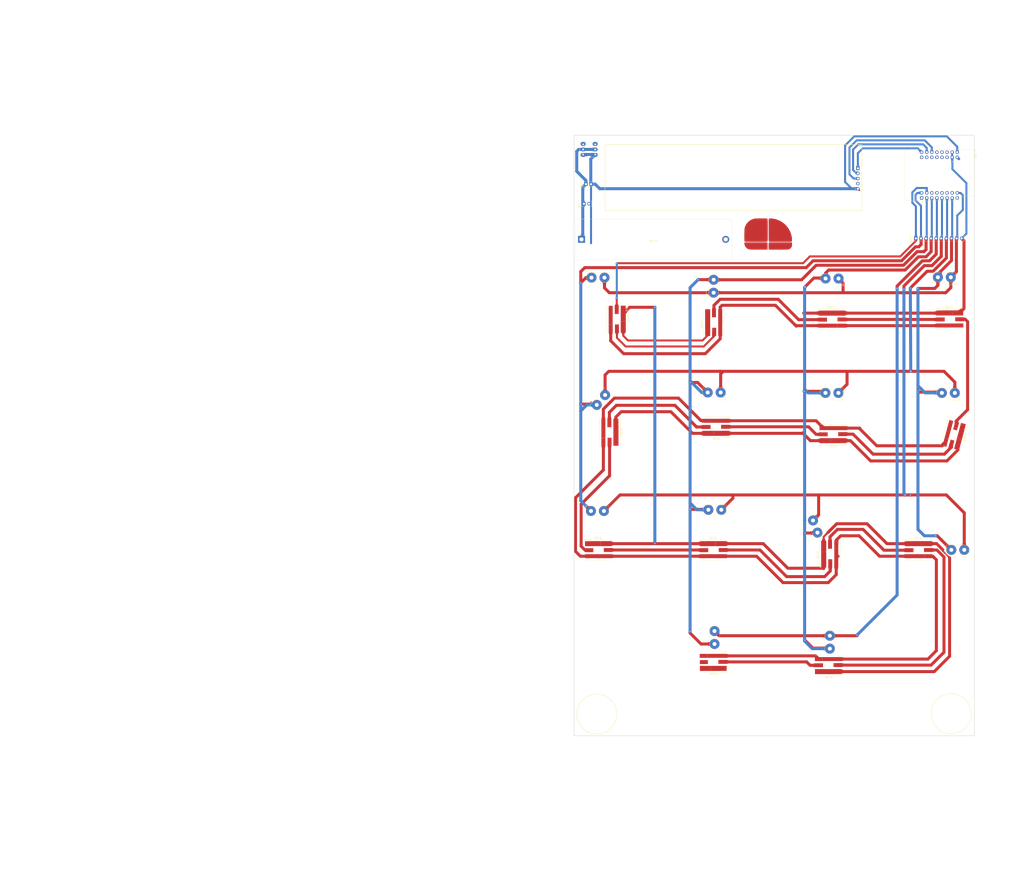
<source format=kicad_pcb>
(kicad_pcb (version 20221018) (generator pcbnew)
  (layers (0 "F.Cu" signal) (31 "B.Cu" signal) (34 "B.Paste" user) (35 "F.Paste" user) (36 "B.SilkS" user "B.Silkscreen") (37 "F.SilkS" user "F.Silkscreen") (38 "B.Mask" user) (39 "F.Mask" user) (44 "Edge.Cuts" user))
  (net 0 "")
  (net 1 "BEBAS")
  (net 2 "G")
  (net 3 "data")
  (net 4 "VCC")
  (footprint "Diode_SMD:ws2812Strip" (layer "F.Cu") (at 140.5509 156.4614 180)
    (fp_text reference "REFe")
    (fp_text value "ws2812Strip" hide)
  )
  (footprint "Diode_SMD:ws2812Strip" (layer "F.Cu") (at 31.423675 86.57615 -90)
    (fp_text reference "REF**")
    (fp_text value "ws2812Strip" hide)
  )
  (footprint "Connector:TOYACON" (layer "F.Cu") (at 21.946004 191.810539 180)
    (fp_text reference "")
    (fp_text value "TOYACON")
  )
  (footprint "Connector_PinHeader_2.54mm:PinHeader_1x02_P2.54mm_Vertical" (layer "F.Cu") (at 9.398571 35.683671 90)
    (fp_text reference "REF**")
    (fp_text value "PinHeader_1x02_P2.54mm_Vertical")
  )
  (footprint "Diode_SMD:ws2812Strip" (layer "F.Cu") (at 169.791625 203.14615)
    (fp_text reference "REFe")
    (fp_text value "ws2812Strip" hide)
  )
  (footprint "Connector:TOYACON" (layer "F.Cu") (at 197.20755 132.80755 180)
    (fp_text reference "REF**")
    (fp_text value "TOYACON")
  )
  (footprint "Connector:TOYACON" (layer "F.Cu") (at 139.12035 75.63295 180)
    (fp_text reference "REF**")
    (fp_text value "TOYACON")
  )
  (footprint "Diode_SMD:ws2812Strip" (layer "F.Cu") (at 185.3768 87.8553)
    (fp_text reference "REF**")
    (fp_text value "ws2812Strip" hide)
  )
  (footprint "Connector:TOYACON" (layer "F.Cu") (at 12.16449 136.518611 50)
    (fp_text reference "")
    (fp_text value "TOYACON")
  )
  (footprint "Connector:TOYACON" (layer "F.Cu") (at 195.20755 75.00755 180)
    (fp_text reference "REF**")
    (fp_text value "TOYACON")
  )
  (footprint "Connector:TOYACON" (layer "F.Cu") (at 10.60755 70.00755)
    (fp_text reference "REF**")
    (fp_text value "TOYACON")
  )
  (footprint "Connector:TOYACON" (layer "F.Cu") (at 80.58755 191.19835 180)
    (fp_text reference "")
    (fp_text value "TOYACON")
  )
  (footprint "Connector_PinHeader_2.54mm:PinHeader_1x10_P2.54mm_Vertical" (layer "F.Cu") (at 175.14755 53.00755 90)
    (fp_text reference "REF**")
    (fp_text value "PinHeader_1x10_P2.54mm_Vertical")
  )
  (footprint "Connector:TOYACON" (layer "F.Cu") (at 80.24995 132.59835 180)
    (fp_text reference "REF**")
    (fp_text value "TOYACON")
  )
  (footprint "Diode_SMD:ws2812Strip" (layer "F.Cu") (at 82.08675 152.79515 180)
    (fp_text reference "REFe")
    (fp_text value "ws2812Strip" hide)
  )
  (footprint "Diode_SMD:ws2812Strip" (layer "F.Cu") (at 9.886025 203.14615)
    (fp_text reference "REFe")
    (fp_text value "ws2812Strip" hide)
  )
  (footprint "Connector:TOYACON" (layer "F.Cu") (at 201.92035 211.23295 180)
    (fp_text reference "")
    (fp_text value "TOYACON")
  )
  (footprint "LOGO" (layer "F.Cu") (at 101.40755 50.80755)
    (fp_text reference "G***" hide)
    (fp_text value "LOGO" hide)
  )
  (footprint "Connector:TOYACON" (layer "F.Cu") (at 124.455406 203.318063 110)
    (fp_text reference "")
    (fp_text value "TOYACON")
  )
  (footprint "Diode_SMD:ws2812Strip" (layer "F.Cu") (at 67.286025 203.14615)
    (fp_text reference "REFe")
    (fp_text value "ws2812Strip" hide)
  )
  (footprint "Connector:TOYACON" (layer "F.Cu") (at 139.04995 132.80755 180)
    (fp_text reference "REF**")
    (fp_text value "TOYACON")
  )
  (footprint "Battery:BatteryHolder_MPD_BH-18650-PC2" (layer "F.Cu") (at 8.198571 53.483671)
    (fp_text reference "REF**")
    (fp_text value "BatteryHolder_MPD_BH-18650-PC2")
  )
  (footprint "Connector_PinHeader_2.54mm:PinHeader_1x02_P2.54mm_Vertical" (layer "F.Cu") (at 10.398571 25.883671 90)
    (fp_text reference "REF**")
    (fp_text value "PinHeader_1x02_P2.54mm_Vertical")
  )
  (footprint "Diode_SMD:ws2812Strip" (layer "F.Cu") (at 68.791425 101.83895 90)
    (fp_text reference "REF**")
    (fp_text value "ws2812Strip" hide)
  )
  (footprint "Button_Switch_THT:SW-7x7mm-lock" (layer "F.Cu") (at 11.998571 8.543671 -90)
    (fp_text reference "REF**" hide)
    (fp_text value "SW-7x7mm-lock")
  )
  (footprint "Connector:TOYACON" (layer "F.Cu") (at 134.79835 248.96515 -90)
    (fp_text reference "")
    (fp_text value "TOYACON")
  )
  (footprint "Diode_SMD:ws2812Strip" (layer "F.Cu") (at 201.277775 146.110191 -105)
    (fp_text reference "REF**")
    (fp_text value "ws2812Strip" hide)
  )
  (footprint "Diode_SMD:ws2812Strip" (layer "F.Cu") (at 126.591625 87.94615)
    (fp_text reference "REF**")
    (fp_text value "ws2812Strip" hide)
  )
  (footprint "LOGO" (layer "F.Cu") (at 101.40755 50.80755)
    (fp_text reference "G***" hide)
    (fp_text value "LOGO" hide)
  )
  (footprint "Diode_SMD:ws2812Strip" (layer "F.Cu") (at 126.74615 217.529075 90)
    (fp_text reference "REFe")
    (fp_text value "ws2812Strip" hide)
  )
  (footprint "Connector:TOYACON" (layer "F.Cu") (at 77.19835 246.62755 -90)
    (fp_text reference "")
    (fp_text value "TOYACON")
  )
  (footprint "Diode_SMD:ws2812Strip" (layer "F.Cu") (at 138.223475 271.86895 180)
    (fp_text reference "REFe")
    (fp_text value "ws2812Strip" hide)
  )
  (footprint "Connector:TOYACON" (layer "F.Cu") (at 71.58215 82.72035 90)
    (fp_text reference "REF**")
    (fp_text value "TOYACON")
  )
  (footprint "custom:WEMOS_S2_mini" (layer "F.Cu") (at 178.053571 32.796171 90)
    (fp_text reference "REF**")
    (fp_text value "WEMOS_S2_mini")
  )
  (footprint "Diode_SMD:ws2812Strip" (layer "F.Cu") (at 80.729075 270.26895 180)
    (fp_text reference "REFe")
    (fp_text value "ws2812Strip" hide)
  )
  (footprint "Diode_SMD:ws2812Strip" (layer "F.Cu") (at 27.7598 143.1768 -90)
    (fp_text reference "REFe")
    (fp_text value "ws2812Strip" hide)
  )
  (footprint "Connector_PinHeader_2.54mm:PinHeader_1x05_P2.54mm_Vertical" (layer "F.Cu") (at 146.198571 18.008671)
    (fp_text reference "REF**" hide)
    (fp_text value "PinHeader_1x05_P2.54mm_Vertical")
  )
  (gr_rect (start 19.948571 6.148671) (end 148.218571 39.168671) (stroke (width 0.2)) (fill none) (layer "F.SilkS"))
  (gr_circle (center 15.798571 290.683671) (end 25.798571 290.683671) (stroke (width 0.2)) (fill none) (layer "F.SilkS"))
  (gr_circle (center 192.798571 290.483671) (end 202.798571 290.483671) (stroke (width 0.2)) (fill none) (layer "F.SilkS"))
  (gr_rect (start 4.439771 1.468871) (end 204.388571 301.493671) (stroke (width 0.2)) (fill none) (layer "Edge.Cuts"))
  (segment (start 118.40755 150.40755) (end 78.09895 150.40755) (width 1.5) (layer "F.Cu") (net 1))
  (segment (start 19.961501 121.253599) (end 19.961501 131.257065) (width 1.5) (layer "F.Cu") (net 1))
  (segment (start 77.66995 130.00755) (end 77.66995 120.74515) (width 1.5) (layer "F.Cu") (net 1))
  (segment (start 176.60755 57.20755) (end 177.80755 56.00755) (width 1.5) (layer "F.Cu") (net 1))
  (segment (start 74.17295 80.14035) (end 138.80755 80.14035) (width 1.5) (layer "F.Cu") (net 1))
  (segment (start 182.00755 64.20755) (end 185.32755 60.88755) (width 1.5) (layer "F.Cu") (net 1))
  (segment (start 68.60755 104.00755) (end 71.13375 101.48135) (width 1) (layer "F.Cu") (net 1))
  (segment (start 185.32755 60.88755) (end 185.32755 52.80755) (width 1.5) (layer "F.Cu") (net 1))
  (segment (start 131.60755 68.80755) (end 169.80755 68.80755) (width 1.5) (layer "F.Cu") (net 1))
  (segment (start 183.80755 69.40755) (end 190.40755 62.80755) (width 1.5) (layer "F.Cu") (net 1))
  (segment (start 190.40755 181.20755) (end 172.40755 181.20755) (width 1.5) (layer "F.Cu") (net 1))
  (segment (start 9.80755 67.60755) (end 120.40755 67.60755) (width 1.5) (layer "F.Cu") (net 1))
  (segment (start 10.449482 186.765618) (end 12.903604 189.219739) (width 1.5) (layer "F.Cu") (net 1))
  (segment (start 184.33375 269.48135) (end 134.235675 269.48135) (width 1.5) (layer "F.Cu") (net 1))
  (segment (start 119.80755 253.80755) (end 123.724482 257.724482) (width 1.5) (layer "F.Cu") (net 1))
  (segment (start 190.40755 62.80755) (end 190.40755 52.80755) (width 1.5) (layer "F.Cu") (net 1))
  (segment (start 175.80755 59.60755) (end 179.20755 59.60755) (width 1.5) (layer "F.Cu") (net 1))
  (segment (start 62.40755 250.20755) (end 62.40755 249.40755) (width 1.5) (layer "F.Cu") (net 1))
  (segment (start 132.20755 251.54515) (end 145.66995 251.54515) (width 1.5) (layer "F.Cu") (net 1))
  (segment (start 196.9722 90.2429) (end 196.056 90.2429) (width 1.5) (layer "F.Cu") (net 1))
  (segment (start 136.46995 130.21675) (end 140.80755 125.87915) (width 1.5) (layer "F.Cu") (net 1))
  (segment (start 168.00755 64.20755) (end 175.00755 57.20755) (width 1.5) (layer "F.Cu") (net 1))
  (segment (start 188.60755 208.60755) (end 188.60755 209.203386) (width 0.8) (layer "F.Cu") (net 1))
  (segment (start 180.20755 62.20755) (end 182.80755 59.60755) (width 1.5) (layer "F.Cu") (net 1))
  (segment (start 120.40755 67.60755) (end 123.80755 64.20755) (width 1.5) (layer "F.Cu") (net 1))
  (segment (start 119.80755 200.20755) (end 125.80755 200.20755) (width 1.5) (layer "F.Cu") (net 1))
  (segment (start 44.93375 205.53375) (end 71.273825 205.53375) (width 1.5) (layer "F.Cu") (net 1))
  (segment (start 169.80755 181.20755) (end 126.60755 181.20755) (width 1.5) (layer "F.Cu") (net 1))
  (segment (start 28.00755 139.60755) (end 25.3722 142.2429) (width 1.5) (layer "F.Cu") (net 1))
  (segment (start 131.20755 200.00755) (end 129.13375 202.08135) (width 1) (layer "F.Cu") (net 1))
  (segment (start 83.80755 182.80755) (end 83.80755 181.20755) (width 1.5) (layer "F.Cu") (net 1))
  (segment (start 188.60755 208.60755) (end 185.53375 205.53375) (width 1.5) (layer "F.Cu") (net 1))
  (segment (start 152.60755 164.20755) (end 190.659114 164.20755) (width 1.5) (layer "F.Cu") (net 1))
  (segment (start 129.13375 202.08135) (end 129.13375 203.60755) (width 1) (layer "F.Cu") (net 1))
  (segment (start 180.80755 69.40755) (end 183.80755 69.40755) (width 1.5) (layer "F.Cu") (net 1))
  (segment (start 7.80755 75.20755) (end 7.80755 69.60755) (width 1.5) (layer "F.Cu") (net 1))
  (segment (start 125.40755 66.40755) (end 169.00755 66.40755) (width 1.5) (layer "F.Cu") (net 1))
  (segment (start 165.80755 78.00755) (end 165.80755 76.80755) (width 1.5) (layer "F.Cu") (net 1))
  (segment (start 44.68135 205.53375) (end 44.80755 205.40755) (width 1.5) (layer "F.Cu") (net 1))
  (segment (start 172.40755 77.80755) (end 180.80755 69.40755) (width 1.5) (layer "F.Cu") (net 1))
  (segment (start 32.192475 87.40755) (end 44.80755 87.40755) (width 1.5) (layer "F.Cu") (net 1))
  (segment (start 123.80755 64.20755) (end 168.00755 64.20755) (width 1.5) (layer "F.Cu") (net 1))
  (segment (start 190.07475 80.14035) (end 192.62755 77.58755) (width 1.5) (layer "F.Cu") (net 1))
  (segment (start 183.20755 66.60755) (end 187.86755 61.94755) (width 1.5) (layer "F.Cu") (net 1))
  (segment (start 119.40755 129.40755) (end 129.19835 129.40755) (width 1.5) (layer "F.Cu") (net 1))
  (segment (start 169.20755 76.80755) (end 179.40755 66.60755) (width 1.5) (layer "F.Cu") (net 1))
  (segment (start 126.60755 181.20755) (end 83.80755 181.20755) (width 1.5) (layer "F.Cu") (net 1))
  (segment (start 67.86995 255.66995) (end 62.40755 250.20755) (width 1.5) (layer "F.Cu") (net 1))
  (segment (start 194.62755 130.21675) (end 194.62755 124.82755) (width 1.5) (layer "F.Cu") (net 1))
  (segment (start 124.20755 72.80755) (end 129.84335 72.80755) (width 1.5) (layer "F.Cu") (net 1))
  (segment (start 20.565225 205.53375) (end 44.68135 205.53375) (width 1.5) (layer "F.Cu") (net 1))
  (segment (start 192.00755 212.603386) (end 192.00755 261.80755) (width 1.5) (layer "F.Cu") (net 1))
  (segment (start 177.80755 56.00755) (end 177.80755 52.88755) (width 1.5) (layer "F.Cu") (net 1))
  (segment (start 76.94515 251.54515) (end 74.60755 249.20755) (width 1.5) (layer "F.Cu") (net 1))
  (segment (start 178.40755 64.20755) (end 182.00755 64.20755) (width 1.5) (layer "F.Cu") (net 1))
  (segment (start 195.40755 69.63675) (end 192.62755 72.41675) (width 1.5) (layer "F.Cu") (net 1))
  (segment (start 29.036075 90.56395) (end 32.192475 87.40755) (width 1.5) (layer "F.Cu") (net 1))
  (segment (start 199.34035 190.14035) (end 190.40755 181.20755) (width 1.5) (layer "F.Cu") (net 1))
  (segment (start 62.60755 125.00755) (end 66.20755 125.00755) (width 1.5) (layer "F.Cu") (net 1))
  (segment (start 129.00755 217.80755) (end 129.13375 217.93375) (width 1.5) (layer "F.Cu") (net 1))
  (segment (start 195.40755 52.90755) (end 195.40755 69.63675) (width 1.5) (layer "F.Cu") (net 1))
  (segment (start 137.270825 90.33375) (end 189.27375 90.33375) (width 1.5) (layer "F.Cu") (net 1))
  (segment (start 179.20755 59.60755) (end 180.26755 58.54755) (width 1.5) (layer "F.Cu") (net 1))
  (segment (start 198.00755 53.00755) (end 199.20755 54.20755) (width 1.5) (layer "F.Cu") (net 1))
  (segment (start 98.93375 205.53375) (end 111.20755 217.80755) (width 1.5) (layer "F.Cu") (net 1))
  (segment (start 187.86755 61.94755) (end 187.86755 52.80755) (width 1.5) (layer "F.Cu") (net 1))
  (segment (start 186.16515 76.44995) (end 186.16515 72.41675) (width 1.5) (layer "F.Cu") (net 1))
  (segment (start 129.13375 217.93375) (end 129.13375 213.541275) (width 1.5) (layer "F.Cu") (net 1))
  (segment (start 185.53375 205.53375) (end 180.470825 205.53375) (width 1.5) (layer "F.Cu") (net 1))
  (segment (start 194.62755 124.82755) (end 189.20755 119.40755) (width 1.5) (layer "F.Cu") (net 1))
  (segment (start 74.10255 73.60755) (end 74.17295 73.67795) (width 1.5) (layer "F.Cu") (net 1))
  (segment (start 130.07795 73.04215) (end 130.07795 70.33715) (width 1.5) (layer "F.Cu") (net 1))
  (segment (start 140.80755 125.87915) (end 140.80755 119.40755) (width 1.5) (layer "F.Cu") (net 1))
  (segment (start 185.00755 201.60755) (end 185.84335 201.60755) (width 1.5) (layer "F.Cu") (net 1))
  (segment (start 176.40755 62.20755) (end 180.20755 62.20755) (width 1.5) (layer "F.Cu") (net 1))
  (segment (start 176.20755 78.00755) (end 184.60755 78.00755) (width 1.5) (layer "F.Cu") (net 1))
  (segment (start 196.20755 158.659114) (end 196.20755 155.80755) (width 1.5) (layer "F.Cu") (net 1))
  (segment (start 52.80755 139.60755) (end 28.00755 139.60755) (width 1.5) (layer "F.Cu") (net 1))
  (segment (start 119.80755 77.20755) (end 124.20755 72.80755) (width 1.5) (layer "F.Cu") (net 1))
  (segment (start 136.54035 73.04215) (end 138.80755 75.30935) (width 1.5) (layer "F.Cu") (net 1))
  (segment (start 188.60755 209.203386) (end 192.00755 212.603386) (width 0.8) (layer "F.Cu") (net 1))
  (segment (start 189.27375 90.33375) (end 189.3646 90.2429) (width 1.5) (layer "F.Cu") (net 1))
  (segment (start 129.84335 72.80755) (end 130.07795 73.04215) (width 1.5) (layer "F.Cu") (net 1))
  (segment (start 119.13375 90.33375) (end 130.579425 90.33375) (width 1.5) (layer "F.Cu") (net 1))
  (segment (start 182.80755 59.60755) (end 182.80755 52.80755) (width 1.5) (layer "F.Cu") (net 1))
  (segment (start 25.3722 142.2429) (end 25.3722 147.1646) (width 1.5) (layer "F.Cu") (net 1))
  (segment (start 29.036075 101.636075) (end 31.40755 104.00755) (width 1) (layer "F.Cu") (net 1))
  (segment (start 74.17295 73.67795) (end 118.13715 73.67795) (width 1.5) (layer "F.Cu") (net 1))
  (segment (start 176.20755 129.80755) (end 187.75595 129.80755) (width 1.5) (layer "F.Cu") (net 1))
  (segment (start 145.80755 251.20755) (end 146.00755 251.20755) (width 1.5) (layer "F.Cu") (net 1))
  (segment (start 186.16515 70.84995) (end 192.96755 64.04755) (width 1.5) (layer "F.Cu") (net 1))
  (segment (start 19.64995 72.59835) (end 19.64995 77.71555) (width 1.5) (layer "F.Cu") (net 1))
  (segment (start 63.60755 150.40755) (end 52.80755 139.60755) (width 1.5) (layer "F.Cu") (net 1))
  (segment (start 31.40755 104.00755) (end 68.60755 104.00755) (width 1) (layer "F.Cu") (net 1))
  (segment (start 126.60755 191.12461) (end 126.60755 181.20755) (width 1.5) (layer "F.Cu") (net 1))
  (segment (start 118.60755 150.20755) (end 118.40755 150.40755) (width 1.5) (layer "F.Cu") (net 1))
  (segment (start 140.80755 119.40755) (end 79.00755 119.40755) (width 1.5) (layer "F.Cu") (net 1))
  (segment (start 19.64995 77.71555) (end 22.07475 80.14035) (width 1.5) (layer "F.Cu") (net 1))
  (segment (start 15.40755 135.80755) (end 15.80755 136.20755) (width 1.5) (layer "F.Cu") (net 1))
  (segment (start 142.4738 154.0738) (end 152.60755 164.20755) (width 1.5) (layer "F.Cu") (net 1))
  (segment (start 165.80755 76.80755) (end 178.40755 64.20755) (width 1.5) (layer "F.Cu") (net 1))
  (segment (start 145.66995 251.54515) (end 145.80755 251.40755) (width 1.5) (layer "F.Cu") (net 1))
  (segment (start 66.40755 73.60755) (end 74.10255 73.60755) (width 1.5) (layer "F.Cu") (net 1))
  (segment (start 111.20755 217.80755) (end 129.00755 217.80755) (width 1.5) (layer "F.Cu") (net 1))
  (segment (start 130.07795 70.33715) (end 131.60755 68.80755) (width 1.5) (layer "F.Cu") (net 1))
  (segment (start 44.80755 205.40755) (end 44.93375 205.53375) (width 1.5) (layer "F.Cu") (net 1))
  (segment (start 192.62755 72.41675) (end 193.40755 71.63675) (width 1.5) (layer "F.Cu") (net 1))
  (segment (start 179.40755 66.60755) (end 183.20755 66.60755) (width 1.5) (layer "F.Cu") (net 1))
  (segment (start 172.60755 119.40755) (end 140.80755 119.40755) (width 1.5) (layer "F.Cu") (net 1))
  (segment (start 129.8717 154.0738) (end 122.4738 154.0738) (width 1.5) (layer "F.Cu") (net 1))
  (segment (start 190.659114 164.20755) (end 196.20755 158.659114) (width 1.5) (layer "F.Cu") (net 1))
  (segment (start 62.40755 188.40755) (end 71.34515 188.40755) (width 1.5) (layer "F.Cu") (net 1))
  (segment (start 169.00755 66.40755) (end 175.80755 59.60755) (width 1.5) (layer "F.Cu") (net 1))
  (segment (start 118.13715 73.67795) (end 125.40755 66.40755) (width 1.5) (layer "F.Cu") (net 1))
  (segment (start 8.00755 135.80755) (end 15.40755 135.80755) (width 1.5) (layer "F.Cu") (net 1))
  (segment (start 136.5631 154.0738) (end 142.4738 154.0738) (width 1.5) (layer "F.Cu") (net 1))
  (segment (start 192.96755 64.04755) (end 192.96755 52.80755) (width 1.5) (layer "F.Cu") (net 1))
  (segment (start 79.00755 119.40755) (end 21.80755 119.40755) (width 1.5) (layer "F.Cu") (net 1))
  (segment (start 83.80755 181.20755) (end 27.378193 181.20755) (width 1.5) (layer "F.Cu") (net 1))
  (segment (start 146.00755 251.20755) (end 145.80755 251.40755) (width 1.5) (layer "F.Cu") (net 1))
  (segment (start 71.40755 150.40755) (end 63.60755 150.40755) (width 1.5) (layer "F.Cu") (net 1))
  (segment (start 29.036075 97.25535) (end 29.036075 101.636075) (width 1) (layer "F.Cu") (net 1))
  (segment (start 185.84335 201.60755) (end 192.87795 208.64215) (width 1.5) (layer "F.Cu") (net 1))
  (segment (start 122.4738 154.0738) (end 118.60755 150.20755) (width 1.5) (layer "F.Cu") (net 1))
  (segment (start 71.13375 101.48135) (end 71.13375 94.635675) (width 1) (layer "F.Cu") (net 1))
  (segment (start 192.00755 261.80755) (end 184.33375 269.48135) (width 1.5) (layer "F.Cu") (net 1))
  (segment (start 169.20755 78.40755) (end 169.20755 76.80755) (width 1.5) (layer "F.Cu") (net 1))
  (segment (start 132.20755 251.54515) (end 76.94515 251.54515) (width 1.5) (layer "F.Cu") (net 1))
  (segment (start 129.19835 129.40755) (end 130.00755 130.21675) (width 1.5) (layer "F.Cu") (net 1))
  (segment (start 7.80755 69.60755) (end 9.80755 67.60755) (width 1.5) (layer "F.Cu") (net 1))
  (segment (start 150.80755 195.60755) (end 135.60755 195.60755) (width 1.5) (layer "F.Cu") (net 1))
  (segment (start 71.34515 188.40755) (end 71.54515 188.60755) (width 1.5) (layer "F.Cu") (net 1))
  (segment (start 21.80755 119.40755) (end 19.961501 121.253599) (width 1.5) (layer "F.Cu") (net 1))
  (segment (start 77.965225 205.53375) (end 98.93375 205.53375) (width 1.5) (layer "F.Cu") (net 1))
  (segment (start 138.80755 80.14035) (end 190.07475 80.14035) (width 1.5) (layer "F.Cu") (net 1))
  (segment (start 192.62755 77.58755) (end 192.62755 72.41675) (width 1.5) (layer "F.Cu") (net 1))
  (segment (start 199.20755 88.00755) (end 196.9722 90.2429) (width 1.5) (layer "F.Cu") (net 1))
  (segment (start 145.80755 251.40755) (end 145.80755 251.20755) (width 1.5) (layer "F.Cu") (net 1))
  (segment (start 199.20755 54.20755) (end 199.20755 88.00755) (width 1.5) (layer "F.Cu") (net 1))
  (segment (start 7.80755 75.20755) (end 10.41675 72.59835) (width 1.5) (layer "F.Cu") (net 1))
  (segment (start 147.268571 29.238671) (end 146.198571 28.168671) (width 0.25) (layer "F.Cu") (net 1))
  (segment (start 189.20755 119.40755) (end 172.60755 119.40755) (width 1.5) (layer "F.Cu") (net 1))
  (segment (start 186.16515 72.41675) (end 186.16515 70.84995) (width 1.5) (layer "F.Cu") (net 1))
  (segment (start 131.448571 257.724482) (end 131.686527 257.486526) (width 1.5) (layer "F.Cu") (net 1))
  (segment (start 77.66995 120.74515) (end 79.00755 119.40755) (width 1.5) (layer "F.Cu") (net 1))
  (segment (start 160.73375 205.53375) (end 150.80755 195.60755) (width 1.5) (layer "F.Cu") (net 1))
  (segment (start 19.366004 189.219739) (end 18.395361 189.219739) (width 1.5) (layer "F.Cu") (net 1))
  (segment (start 173.779425 205.53375) (end 160.73375 205.53375) (width 1.5) (layer "F.Cu") (net 1))
  (segment (start 10.41675 72.59835) (end 13.18755 72.59835) (width 1.5) (layer "F.Cu") (net 1))
  (segment (start 187.75595 129.80755) (end 188.16515 130.21675) (width 1.5) (layer "F.Cu") (net 1))
  (segment (start 123.724482 257.724482) (end 131.448571 257.724482) (width 1.5) (layer "F.Cu") (net 1))
  (segment (start 123.797279 193.934881) (end 126.60755 191.12461) (width 1.5) (layer "F.Cu") (net 1))
  (segment (start 22.07475 80.14035) (end 74.17295 80.14035) (width 1.5) (layer "F.Cu") (net 1))
  (segment (start 138.80755 75.30935) (end 138.80755 80.14035) (width 1.5) (layer "F.Cu") (net 1))
  (segment (start 66.20755 125.00755) (end 71.20755 130.00755) (width 1.5) (layer "F.Cu") (net 1))
  (segment (start 125.80755 200.20755) (end 126.00755 200.00755) (width 1.5) (layer "F.Cu") (net 1))
  (segment (start 180.26755 58.54755) (end 180.26755 52.80755) (width 1.5) (layer "F.Cu") (net 1))
  (segment (start 129.13375 203.60755) (end 129.13375 206.849875) (width 1.5) (layer "F.Cu") (net 1))
  (segment (start 78.00755 188.60755) (end 83.80755 182.80755) (width 1.5) (layer "F.Cu") (net 1))
  (segment (start 27.378193 181.20755) (end 19.366004 189.219739) (width 1.5) (layer "F.Cu") (net 1))
  (segment (start 135.60755 195.60755) (end 131.20755 200.00755) (width 1.5) (layer "F.Cu") (net 1))
  (segment (start 172.40755 181.20755) (end 169.80755 181.20755) (width 1.5) (layer "F.Cu") (net 1))
  (segment (start 184.60755 78.00755) (end 186.16515 76.44995) (width 1.5) (layer "F.Cu") (net 1))
  (segment (start 169.80755 68.80755) (end 176.40755 62.20755) (width 1.5) (layer "F.Cu") (net 1))
  (segment (start 74.60755 255.66995) (end 67.86995 255.66995) (width 1.5) (layer "F.Cu") (net 1))
  (segment (start 199.34035 208.64215) (end 199.34035 190.14035) (width 1.5) (layer "F.Cu") (net 1))
  (segment (start 175.00755 57.20755) (end 176.60755 57.20755) (width 1.5) (layer "F.Cu") (net 1))
  (via (at 132.798571 258.283671) (size 0.8) (drill 0.4) (layers "F.Cu" "B.Cu") (net 1))
  (via (at 172.60755 119.40755) (size 0.8) (drill 0.4) (layers "F.Cu" "B.Cu") (net 1))
  (via (at 165.80755 78.00755) (size 0.8) (drill 0.4) (layers "F.Cu" "B.Cu") (net 1))
  (via (at 44.80755 205.40755) (size 0.8) (drill 0.4) (layers "F.Cu" "B.Cu") (net 1))
  (via (at 176.20755 78.00755) (size 0.8) (drill 0.4) (layers "F.Cu" "B.Cu") (net 1))
  (via (at 172.40755 77.80755) (size 0.8) (drill 0.4) (layers "F.Cu" "B.Cu") (net 1))
  (via (at 66.40755 73.60755) (size 0.8) (drill 0.4) (layers "F.Cu" "B.Cu") (net 1))
  (via (at 119.80755 77.20755) (size 0.8) (drill 0.4) (layers "F.Cu" "B.Cu") (net 1))
  (via (at 7.80755 75.20755) (size 0.8) (drill 0.4) (layers "F.Cu" "B.Cu") (net 1))
  (via (at 145.80755 251.20755) (size 0.8) (drill 0.4) (layers "F.Cu" "B.Cu") (net 1))
  (via (at 169.80755 181.20755) (size 0.8) (drill 0.4) (layers "F.Cu" "B.Cu") (net 1))
  (via (at 10.449482 186.765618) (size 0.8) (drill 0.4) (layers "F.Cu" "B.Cu") (net 1))
  (via (at 62.40755 188.40755) (size 0.8) (drill 0.4) (layers "F.Cu" "B.Cu") (net 1))
  (via (at 172.60755 119.40755) (size 0.8) (drill 0.4) (layers "F.Cu" "B.Cu") (net 1))
  (via (at 172.40755 181.20755) (size 0.8) (drill 0.4) (layers "F.Cu" "B.Cu") (net 1))
  (via (at 44.80755 139.60755) (size 0.8) (drill 0.4) (layers "F.Cu" "B.Cu") (net 1))
  (via (at 119.40755 129.40755) (size 0.8) (drill 0.4) (layers "F.Cu" "B.Cu") (net 1))
  (via (at 169.20755 78.40755) (size 0.8) (drill 0.4) (layers "F.Cu" "B.Cu") (net 1))
  (via (at 176.20755 129.80755) (size 0.8) (drill 0.4) (layers "F.Cu" "B.Cu") (net 1))
  (via (at 44.80755 104.00755) (size 0.8) (drill 0.4) (layers "F.Cu" "B.Cu") (net 1))
  (via (at 119.80755 253.80755) (size 0.8) (drill 0.4) (layers "F.Cu" "B.Cu") (net 1))
  (via (at 8.00755 135.80755) (size 0.8) (drill 0.4) (layers "F.Cu" "B.Cu") (net 1))
  (via (at 185.00755 201.60755) (size 0.8) (drill 0.4) (layers "F.Cu" "B.Cu") (net 1))
  (via (at 119.80755 200.20755) (size 0.8) (drill 0.4) (layers "F.Cu" "B.Cu") (net 1))
  (via (at 62.40755 249.40755) (size 0.8) (drill 0.4) (layers "F.Cu" "B.Cu") (net 1))
  (via (at 44.80755 87.40755) (size 0.8) (drill 0.4) (layers "F.Cu" "B.Cu") (net 1))
  (via (at 119.80755 77.20755) (size 0.8) (drill 0.4) (layers "F.Cu" "B.Cu") (net 1))
  (via (at 13.00755 134.80755) (size 0.8) (drill 0.4) (layers "F.Cu" "B.Cu") (net 1))
  (via (at 62.60755 125.00755) (size 0.8) (drill 0.4) (layers "F.Cu" "B.Cu") (net 1))
  (segment (start 123.40755 258.00755) (end 131.165504 258.00755) (width 1.5) (layer "B.Cu") (net 1))
  (segment (start 139.80755 6.40755) (end 139.80755 24.80755) (width 1) (layer "B.Cu") (net 1))
  (segment (start 119.60755 128.40755) (end 119.60755 129.20755) (width 1.5) (layer "B.Cu") (net 1))
  (segment (start 66.40755 73.60755) (end 66.33715 73.67795) (width 1.5) (layer "B.Cu") (net 1))
  (segment (start 10.398571 24.083671) (end 5.798571 19.483671) (width 1.5) (layer "B.Cu") (net 1))
  (segment (start 8.80755 28.00755) (end 8.80755 27.474692) (width 1.5) (layer "B.Cu") (net 1))
  (segment (start 12.80755 13.274692) (end 12.80755 25.75265) (width 1.5) (layer "B.Cu") (net 1))
  (segment (start 143.20755 28.20755) (end 143.246429 28.168671) (width 1) (layer "B.Cu") (net 1))
  (segment (start 119.680219 193.934881) (end 119.60755 194.00755) (width 1.5) (layer "B.Cu") (net 1))
  (segment (start 190.60755 2.00755) (end 144.40755 2.00755) (width 1) (layer "B.Cu") (net 1))
  (segment (start 190.80755 9.882192) (end 190.753571 9.936171) (width 1) (layer "B.Cu") (net 1))
  (segment (start 165.80755 78.00755) (end 165.80755 231.20755) (width 1.5) (layer "B.Cu") (net 1))
  (segment (start 9.398571 35.683671) (end 8.198571 35.683671) (width 0.25) (layer "B.Cu") (net 1))
  (segment (start 165.80755 231.20755) (end 145.80755 251.20755) (width 1.5) (layer "B.Cu") (net 1))
  (segment (start 121.41675 130.21675) (end 119.60755 128.40755) (width 1.5) (layer "B.Cu") (net 1))
  (segment (start 66.33715 73.67795) (end 62.40755 77.60755) (width 1.5) (layer "B.Cu") (net 1))
  (segment (start 195.833571 52.481529) (end 195.833571 41.581529) (width 1) (layer "B.Cu") (net 1))
  (segment (start 183.133571 32.796171) (end 183.133571 52.481529) (width 1) (layer "B.Cu") (net 1))
  (segment (start 119.60755 200.40755) (end 119.60755 253.60755) (width 1.5) (layer "B.Cu") (net 1))
  (segment (start 190.753571 52.481529) (end 190.42755 52.80755) (width 1) (layer "B.Cu") (net 1))
  (segment (start 176.20755 129.80755) (end 176.20755 126.60755) (width 1.5) (layer "B.Cu") (net 1))
  (segment (start 8.998571 11.083671) (end 14.998571 11.083671) (width 1.5) (layer "B.Cu") (net 1))
  (segment (start 44.80755 87.40755) (end 44.80755 104.00755) (width 1.5) (layer "B.Cu") (net 1))
  (segment (start 172.60755 119.40755) (end 172.40755 77.80755) (width 1.5) (layer "B.Cu") (net 1))
  (segment (start 193.293571 32.796171) (end 193.293571 52.481529) (width 1) (layer "B.Cu") (net 1))
  (segment (start 185.00755 201.60755) (end 179.40755 201.60755) (width 1.5) (layer "B.Cu") (net 1))
  (segment (start 195.833571 9.936171) (end 195.833571 7.233571) (width 1) (layer "B.Cu") (net 1))
  (segment (start 14.998571 11.083671) (end 12.80755 13.274692) (width 1.5) (layer "B.Cu") (net 1))
  (segment (start 62.40755 188.40755) (end 62.40755 249.40755) (width 1.5) (layer "B.Cu") (net 1))
  (segment (start 142.00755 7.60755) (end 142.00755 21.00755) (width 1) (layer "B.Cu") (net 1))
  (segment (start 119.60755 129.60755) (end 119.60755 194.00755) (width 1.5) (layer "B.Cu") (net 1))
  (segment (start 178.053571 9.936171) (end 176.12495 8.00755) (width 1) (layer "B.Cu") (net 1))
  (segment (start 193.293571 52.481529) (end 192.96755 52.80755) (width 1) (layer "B.Cu") (net 1))
  (segment (start 176.20755 78.00755) (end 176.20755 126.60755) (width 1.5) (layer "B.Cu") (net 1))
  (segment (start 176.12495 8.00755) (end 148.60755 8.00755) (width 1) (layer "B.Cu") (net 1))
  (segment (start 144.40755 2.00755) (end 140.00755 6.40755) (width 1) (layer "B.Cu") (net 1))
  (segment (start 185.673571 32.796171) (end 185.673571 52.481529) (width 1) (layer "B.Cu") (net 1))
  (segment (start 62.40755 125.20755) (end 62.40755 185.20755) (width 1.5) (layer "B.Cu") (net 1))
  (segment (start 62.40755 124.80755) (end 62.60755 125.00755) (width 1.5) (layer "B.Cu") (net 1))
  (segment (start 8.00755 135.80755) (end 7.80755 136.00755) (width 1.5) (layer "B.Cu") (net 1))
  (segment (start 197.456171 30.256171) (end 195.833571 30.256171) (width 1) (layer "B.Cu") (net 1))
  (segment (start 119.60755 77.60755) (end 119.60755 128.40755) (width 1.5) (layer "B.Cu") (net 1))
  (segment (start 7.80755 135.60755) (end 8.00755 135.80755) (width 1.5) (layer "B.Cu") (net 1))
  (segment (start 139.80755 24.80755) (end 143.20755 28.20755) (width 1) (layer "B.Cu") (net 1))
  (segment (start 119.60755 254.20755) (end 123.40755 258.00755) (width 1.5) (layer "B.Cu") (net 1))
  (segment (start 62.40755 185.20755) (end 62.40755 188.40755) (width 1.5) (layer "B.Cu") (net 1))
  (segment (start 17.283571 28.168671) (end 146.198571 28.168671) (width 1.5) (layer "B.Cu") (net 1))
  (segment (start 65.80755 188.60755) (end 62.40755 185.20755) (width 1.5) (layer "B.Cu") (net 1))
  (segment (start 62.40755 77.60755) (end 62.40755 124.20755) (width 1.5) (layer "B.Cu") (net 1))
  (segment (start 44.80755 104.00755) (end 44.80755 139.60755) (width 1.5) (layer "B.Cu") (net 1))
  (segment (start 188.213571 52.481529) (end 187.88755 52.80755) (width 1) (layer "B.Cu") (net 1))
  (segment (start 15.80755 136.20755) (end 10.80755 136.20755) (width 1.5) (layer "B.Cu") (net 1))
  (segment (start 142.00755 21.00755) (end 144.088671 23.088671) (width 1) (layer "B.Cu") (net 1))
  (segment (start 143.80755 18.80755) (end 143.80755 8.60755) (width 1) (layer "B.Cu") (net 1))
  (segment (start 169.20755 78.40755) (end 169.20755 180.60755) (width 1.5) (layer "B.Cu") (net 1))
  (segment (start 183.133571 9.936171) (end 183.133571 7.533571) (width 1) (layer "B.Cu") (net 1))
  (segment (start 146.40755 6.00755) (end 178.80755 6.00755) (width 1) (layer "B.Cu") (net 1))
  (segment (start 175.00755 31.20755) (end 175.00755 34.00755) (width 1) (layer "B.Cu") (net 1))
  (segment (start 190.753571 32.796171) (end 190.753571 52.481529) (width 1) (layer "B.Cu") (net 1))
  (segment (start 176.20755 198.40755) (end 176.20755 129.80755) (width 1.5) (layer "B.Cu") (net 1))
  (segment (start 195.50755 52.80755) (end 195.833571 52.481529) (width 1) (layer "B.Cu") (net 1))
  (segment (start 119.80755 253.80755) (end 119.60755 254.00755) (width 1.5) (layer "B.Cu") (net 1))
  (segment (start 12.938571 55.423671) (end 12.938571 35.883671) (width 1) (layer "B.Cu") (net 1))
  (segment (start 175.958929 30.256171) (end 175.00755 31.20755) (width 1) (layer "B.Cu") (net 1))
  (segment (start 5.798571 19.483671) (end 5.798571 9.483671) (width 1.5) (layer "B.Cu") (net 1))
  (segment (start 179.40755 201.60755) (end 176.20755 198.40755) (width 1.5) (layer "B.Cu") (net 1))
  (segment (start 195.833571 7.233571) (end 190.60755 2.00755) (width 1) (layer "B.Cu") (net 1))
  (segment (start 44.80755 139.60755) (end 44.80755 205.20755) (width 1.5) (layer "B.Cu") (net 1))
  (segment (start 178.80755 6.00755) (end 180.593571 7.793571) (width 1) (layer "B.Cu") (net 1))
  (segment (start 119.60755 254.00755) (end 119.60755 254.20755) (width 1.5) (layer "B.Cu") (net 1))
  (segment (start 5.798571 9.483671) (end 6.738571 8.543671) (width 1.5) (layer "B.Cu") (net 1))
  (segment (start 71.54515 188.60755) (end 65.80755 188.60755) (width 1.5) (layer "B.Cu") (net 1))
  (segment (start 145.548671 20.548671) (end 143.80755 18.80755) (width 1) (layer "B.Cu") (net 1))
  (segment (start 68.20755 130.00755) (end 62.40755 124.20755) (width 1.5) (layer "B.Cu") (net 1))
  (segment (start 119.40755 129.40755) (end 119.60755 129.60755) (width 1.5) (layer "B.Cu") (net 1))
  (segment (start 12.938571 25.883671) (end 14.998571 25.883671) (width 1.5) (layer "B.Cu") (net 1))
  (segment (start 195.833571 41.581529) (end 198.60755 38.80755) (width 1) (layer "B.Cu") (net 1))
  (segment (start 10.398571 25.883671) (end 10.398571 24.083671) (width 1.5) (layer "B.Cu") (net 1))
  (segment (start 7.80755 136.00755) (end 7.80755 139.20755) (width 1.5) (layer "B.Cu") (net 1))
  (segment (start 169.20755 180.60755) (end 169.80755 181.20755) (width 1.5) (layer "B.Cu") (net 1))
  (segment (start 148.60755 8.00755) (end 146.198571 10.416529) (width 1) (layer "B.Cu") (net 1))
  (segment (start 130.00755 130.21675) (end 121.41675 130.21675) (width 1.5) (layer "B.Cu") (net 1))
  (segment (start 119.80755 77.40755) (end 119.60755 77.60755) (width 1.5) (layer "B.Cu") (net 1))
  (segment (start 179.81675 130.21675) (end 176.20755 126.60755) (width 1.5) (layer "B.Cu") (net 1))
  (segment (start 62.60755 125.00755) (end 62.40755 125.20755) (width 1.5) (layer "B.Cu") (net 1))
  (segment (start 188.16515 130.21675) (end 179.81675 130.21675) (width 1.5) (layer "B.Cu") (net 1))
  (segment (start 8.80755 35.60755) (end 8.80755 28.00755) (width 1.5) (layer "B.Cu") (net 1))
  (segment (start 198.60755 38.80755) (end 198.60755 31.40755) (width 1) (layer "B.Cu") (net 1))
  (segment (start 119.60755 129.20755) (end 119.40755 129.40755) (width 1.5) (layer "B.Cu") (net 1))
  (segment (start 175.00755 34.00755) (end 177.72755 36.72755) (width 1) (layer "B.Cu") (net 1))
  (segment (start 119.80755 200.20755) (end 119.60755 200.40755) (width 1.5) (layer "B.Cu") (net 1))
  (segment (start 143.246429 28.168671) (end 146.198571 28.168671) (width 1) (layer "B.Cu") (net 1))
  (segment (start 7.80755 75.20755) (end 7.80755 135.60755) (width 1.5) (layer "B.Cu") (net 1))
  (segment (start 183.133571 52.481529) (end 182.80755 52.80755) (width 1) (layer "B.Cu") (net 1))
  (segment (start 144.088671 23.088671) (end 146.198571 23.088671) (width 1) (layer "B.Cu") (net 1))
  (segment (start 178.053571 30.256171) (end 175.958929 30.256171) (width 1) (layer "B.Cu") (net 1))
  (segment (start 185.673571 52.481529) (end 185.34755 52.80755) (width 1) (layer "B.Cu") (net 1))
  (segment (start 8.80755 53.40755) (end 8.80755 35.60755) (width 1.5) (layer "B.Cu") (net 1))
  (segment (start 12.80755 25.75265) (end 12.938571 25.883671) (width 1.5) (layer "B.Cu") (net 1))
  (segment (start 62.40755 124.20755) (end 62.40755 124.80755) (width 1.5) (layer "B.Cu") (net 1))
  (segment (start 14.998571 25.883671) (end 17.283571 28.168671) (width 1.5) (layer "B.Cu") (net 1))
  (segment (start 119.60755 194.00755) (end 119.60755 200.40755) (width 1.5) (layer "B.Cu") (net 1))
  (segment (start 7.80755 184.123685) (end 7.80755 139.20755) (width 1.5) (layer "B.Cu") (net 1))
  (segment (start 119.80755 77.20755) (end 119.80755 77.40755) (width 1.5) (layer "B.Cu") (net 1))
  (segment (start 12.938571 35.883671) (end 12.938571 25.883671) (width 1) (layer "B.Cu") (net 1))
  (segment (start 198.60755 31.40755) (end 197.456171 30.256171) (width 1) (layer "B.Cu") (net 1))
  (segment (start 10.80755 136.20755) (end 7.80755 139.20755) (width 1.5) (layer "B.Cu") (net 1))
  (segment (start 146.198571 20.548671) (end 145.548671 20.548671) (width 1) (layer "B.Cu") (net 1))
  (segment (start 71.20755 130.00755) (end 68.20755 130.00755) (width 1.5) (layer "B.Cu") (net 1))
  (segment (start 145.60755 4.00755) (end 142.00755 7.60755) (width 1) (layer "B.Cu") (net 1))
  (segment (start 11.938571 35.683671) (end 12.738571 35.683671) (width 0.25) (layer "B.Cu") (net 1))
  (segment (start 6.738571 8.543671) (end 14.998571 8.543671) (width 1.5) (layer "B.Cu") (net 1))
  (segment (start 177.72755 36.72755) (end 177.72755 52.80755) (width 1) (layer "B.Cu") (net 1))
  (segment (start 131.165504 258.00755) (end 131.686527 257.486527) (width 1.5) (layer "B.Cu") (net 1))
  (segment (start 180.593571 32.796171) (end 180.593571 52.481529) (width 1) (layer "B.Cu") (net 1))
  (segment (start 140.00755 6.40755) (end 139.80755 6.40755) (width 1) (layer "B.Cu") (net 1))
  (segment (start 12.738571 35.683671) (end 12.938571 35.883671) (width 0.25) (layer "B.Cu") (net 1))
  (segment (start 188.213571 32.796171) (end 188.213571 52.481529) (width 1) (layer "B.Cu") (net 1))
  (segment (start 146.198571 10.416529) (end 146.198571 18.008671) (width 1) (layer "B.Cu") (net 1))
  (segment (start 119.60755 253.60755) (end 119.80755 253.80755) (width 1.5) (layer "B.Cu") (net 1))
  (segment (start 8.80755 27.474692) (end 10.398571 25.883671) (width 1.5) (layer "B.Cu") (net 1))
  (segment (start 180.593571 7.793571) (end 180.593571 9.936171) (width 1) (layer "B.Cu") (net 1))
  (segment (start 179.60755 4.00755) (end 145.60755 4.00755) (width 1) (layer "B.Cu") (net 1))
  (segment (start 183.133571 7.533571) (end 179.60755 4.00755) (width 1) (layer "B.Cu") (net 1))
  (segment (start 10.449482 186.765618) (end 7.80755 184.123685) (width 1.5) (layer "B.Cu") (net 1))
  (segment (start 180.593571 52.481529) (end 180.26755 52.80755) (width 1) (layer "B.Cu") (net 1))
  (segment (start 143.80755 8.60755) (end 146.40755 6.00755) (width 1) (layer "B.Cu") (net 1))
  (via (at 193.40755 14.60755) (size 0.8) (drill 0.4) (layers "F.Cu" "B.Cu") (net 2))
  (segment (start 193.293571 14.693571) (end 193.40755 14.80755) (width 1) (layer "B.Cu") (net 2))
  (segment (start 193.40755 14.60755) (end 193.40755 18.40755) (width 1) (layer "B.Cu") (net 2))
  (segment (start 193.293571 12.476171) (end 193.40755 14.60755) (width 1) (layer "B.Cu") (net 2))
  (segment (start 200.40755 50.60755) (end 198.00755 53.00755) (width 1) (layer "B.Cu") (net 2))
  (segment (start 200.40755 25.40755) (end 200.40755 50.60755) (width 1) (layer "B.Cu") (net 2))
  (segment (start 193.40755 14.60755) (end 193.293571 14.693571) (width 1) (layer "B.Cu") (net 2))
  (segment (start 193.40755 18.40755) (end 200.40755 25.40755) (width 1) (layer "B.Cu") (net 2))
  (segment (start 193.293571 9.936171) (end 193.293571 12.476171) (width 1) (layer "B.Cu") (net 2))
  (segment (start 132.2984 202.1167) (end 132.2984 206.098325) (width 1.5) (layer "F.Cu") (net 3))
  (segment (start 74.4 99.740875) (end 74.445275 99.6956) (width 1) (layer "F.Cu") (net 3))
  (segment (start 25.769825 88.7195) (end 25.769825 82.845275) (width 1) (layer "F.Cu") (net 3))
  (segment (start 106.40755 83.40755) (end 77.40755 83.40755) (width 1.5) (layer "F.Cu") (net 3))
  (segment (start 69.327775 208.6984) (end 69.429375 208.8) (width 1.5) (layer "F.Cu") (net 3))
  (segment (start 30.20755 107.00755) (end 69.20755 107.00755) (width 1) (layer "F.Cu") (net 3))
  (segment (start 121.565389 147.1413) (end 79.9434 147.1413) (width 1.5) (layer "F.Cu") (net 3))
  (segment (start 110.60755 222.00755) (end 97.2984 208.6984) (width 1.5) (layer "F.Cu") (net 3))
  (segment (start 22.10595 139.90915) (end 22.10595 145.32015) (width 1.5) (layer "F.Cu") (net 3))
  (segment (start 97.2984 208.6984) (end 78.716775 208.6984) (width 1.5) (layer "F.Cu") (net 3))
  (segment (start 201.00755 138.60755) (end 195.261835 144.353265) (width 1.5) (layer "F.Cu") (net 3))
  (segment (start 118.80755 65.40755) (end 25.80755 65.40755) (width 1) (layer "F.Cu") (net 3))
  (segment (start 195.261835 144.353265) (end 195.261835 146.717184) (width 1.5) (layer "F.Cu") (net 3))
  (segment (start 70.656 147.2429) (end 65.6429 147.2429) (width 1.5) (layer "F.Cu") (net 3))
  (segment (start 21.316775 208.6984) (end 69.327775 208.6984) (width 1.5) (layer "F.Cu") (net 3))
  (segment (start 187.52015 93.50915) (end 138.033125 93.50915) (width 1.5) (layer "F.Cu") (net 3))
  (segment (start 8.00755 185.80755) (end 8.00755 206.831075) (width 1.5) (layer "F.Cu") (net 3))
  (segment (start 189.20755 259.80755) (end 182.8 266.2151) (width 1.5) (layer "F.Cu") (net 3))
  (segment (start 120.6151 264.6151) (end 78.585725 264.6151) (width 1.5) (layer "F.Cu") (net 3))
  (segment (start 132.4 215.385725) (end 132.4 219.2151) (width 1.5) (layer "F.Cu") (net 3))
  (segment (start 143.80755 150.80755) (end 138.40755 150.80755) (width 1.5) (layer "F.Cu") (net 3))
  (segment (start 25.871425 102.671425) (end 30.20755 107.00755) (width 1) (layer "F.Cu") (net 3))
  (segment (start 54.80755 136.40755) (end 25.60755 136.40755) (width 1.5) (layer "F.Cu") (net 3))
  (segment (start 122.20755 62.00755) (end 118.80755 65.40755) (width 1) (layer "F.Cu") (net 3))
  (segment (start 129.60755 222.00755) (end 110.60755 222.00755) (width 1.5) (layer "F.Cu") (net 3))
  (segment (start 9.976475 208.8) (end 12.029375 208.8) (width 1.5) (layer "F.Cu") (net 3))
  (segment (start 185.6984 208.6984) (end 189.20755 212.20755) (width 1.5) (layer "F.Cu") (net 3))
  (segment (start 181.222375 208.6984) (end 185.6984 208.6984) (width 1.5) (layer "F.Cu") (net 3))
  (segment (start 122.3167 266.3167) (end 120.6151 264.6151) (width 1.5) (layer "F.Cu") (net 3))
  (segment (start 25.60755 136.40755) (end 22.10595 139.90915) (width 1.5) (layer "F.Cu") (net 3))
  (segment (start 201.00755 94.60755) (end 201.00755 138.60755) (width 1.5) (layer "F.Cu") (net 3))
  (segment (start 136.00755 198.40755) (end 132.2984 202.1167) (width 1.5) (layer "F.Cu") (net 3))
  (segment (start 22.20755 171.60755) (end 8.00755 185.80755) (width 1.5) (layer "F.Cu") (net 3))
  (segment (start 175.18755 54.22755) (end 167.40755 62.00755) (width 1) (layer "F.Cu") (net 3))
  (segment (start 132.4 219.2151) (end 129.60755 222.00755) (width 1.5) (layer "F.Cu") (net 3))
  (segment (start 159.2 208.8) (end 148.80755 198.40755) (width 1.5) (layer "F.Cu") (net 3))
  (segment (start 77.40755 83.40755) (end 74.343675 86.471425) (width 1.5) (layer "F.Cu") (net 3))
  (segment (start 189.40755 160.80755) (end 153.80755 160.80755) (width 1.5) (layer "F.Cu") (net 3))
  (segment (start 25.769825 82.845275) (end 25.80755 82.80755) (width 1) (layer "F.Cu") (net 3))
  (segment (start 182.8 266.2151) (end 136.080125 266.2151) (width 1.5) (layer "F.Cu") (net 3))
  (segment (start 22.20755 154.60755) (end 22.20755 171.60755) (width 1.5) (layer "F.Cu") (net 3))
  (segment (start 153.80755 160.80755) (end 143.80755 150.80755) (width 1.5) (layer "F.Cu") (net 3))
  (segment (start 175.18755 52.80755) (end 175.18755 54.22755) (width 1) (layer "F.Cu") (net 3))
  (segment (start 69.20755 107.00755) (end 74.4 101.8151) (width 1) (layer "F.Cu") (net 3))
  (segment (start 128.734975 93.6) (end 116.6 93.6) (width 1.5) (layer "F.Cu") (net 3))
  (segment (start 129.12015 150.90915) (end 125.333239 150.90915) (width 1.5) (layer "F.Cu") (net 3))
  (segment (start 74.343675 86.471425) (end 74.343675 90.4082) (width 1.5) (layer "F.Cu") (net 3))
  (segment (start 65.6429 147.2429) (end 54.80755 136.40755) (width 1.5) (layer "F.Cu") (net 3))
  (segment (start 192.956218 157.258882) (end 189.40755 160.80755) (width 1.5) (layer "F.Cu") (net 3))
  (segment (start 199.80755 93.40755) (end 201.00755 94.60755) (width 1.5) (layer "F.Cu") (net 3))
  (segment (start 196.80755 93.40755) (end 199.80755 93.40755) (width 1.5) (layer "F.Cu") (net 3))
  (segment (start 116.6 93.6) (end 106.40755 83.40755) (width 1.5) (layer "F.Cu") (net 3))
  (segment (start 125.333239 150.90915) (end 121.565389 147.1413) (width 1.5) (layer "F.Cu") (net 3))
  (segment (start 74.4 101.8151) (end 74.4 99.740875) (width 1) (layer "F.Cu") (net 3))
  (segment (start 126.792725 266.3167) (end 122.3167 266.3167) (width 1.5) (layer "F.Cu") (net 3))
  (segment (start 171.934975 208.8) (end 159.2 208.8) (width 1.5) (layer "F.Cu") (net 3))
  (segment (start 167.40755 62.00755) (end 122.20755 62.00755) (width 1) (layer "F.Cu") (net 3))
  (segment (start 8.00755 206.831075) (end 9.976475 208.8) (width 1.5) (layer "F.Cu") (net 3))
  (segment (start 189.20755 212.20755) (end 189.20755 259.80755) (width 1.5) (layer "F.Cu") (net 3))
  (segment (start 192.956218 155.71442) (end 192.956218 157.258882) (width 1.5) (layer "F.Cu") (net 3))
  (segment (start 138.033125 93.50915) (end 138.022375 93.4984) (width 1.5) (layer "F.Cu") (net 3))
  (segment (start 148.80755 198.40755) (end 136.00755 198.40755) (width 1.5) (layer "F.Cu") (net 3))
  (segment (start 25.871425 98.0069) (end 25.871425 102.671425) (width 1) (layer "F.Cu") (net 3))
  (via (at 25.80755 65.40755) (size 0.8) (drill 0.4) (layers "F.Cu" "B.Cu") (net 3))
  (via (at 25.80755 82.80755) (size 0.8) (drill 0.4) (layers "F.Cu" "B.Cu") (net 3))
  (segment (start 25.80755 82.80755) (end 25.80755 65.40755) (width 1) (layer "B.Cu") (net 3))
  (segment (start 180.593571 30.256171) (end 180.593571 27.821529) (width 1) (layer "B.Cu") (net 3))
  (segment (start 180.593571 27.821529) (end 180.60755 27.80755) (width 1) (layer "B.Cu") (net 3))
  (segment (start 173.40755 30.00755) (end 173.40755 35.20755) (width 1) (layer "B.Cu") (net 3))
  (segment (start 180.60755 27.80755) (end 175.60755 27.80755) (width 1) (layer "B.Cu") (net 3))
  (segment (start 173.40755 35.20755) (end 175.18755 36.98755) (width 1) (layer "B.Cu") (net 3))
  (segment (start 175.18755 36.98755) (end 175.18755 52.80755) (width 1) (layer "B.Cu") (net 3))
  (segment (start 175.60755 27.80755) (end 173.40755 30.00755) (width 1) (layer "B.Cu") (net 3))
  (segment (start 7.60755 211.80755) (end 11.80755 211.80755) (width 1.5) (layer "F.Cu") (net 4))
  (segment (start 155.633671 156.633671) (end 147.20755 148.20755) (width 1.5) (layer "F.Cu") (net 4))
  (segment (start 190.101875 96.60755) (end 190.192725 96.5167) (width 1.5) (layer "F.Cu") (net 4))
  (segment (start 77.452825 97.023025) (end 77.452825 87.362275) (width 1.5) (layer "F.Cu") (net 4))
  (segment (start 105.00755 86.40755) (end 115.40755 96.80755) (width 1.5) (layer "F.Cu") (net 4))
  (segment (start 22.762275 104.162275) (end 29.20755 110.60755) (width 1.5) (layer "F.Cu") (net 4))
  (segment (start 157.00755 211.80755) (end 174.60755 211.80755) (width 1.5) (layer "F.Cu") (net 4))
  (segment (start 22.762275 98.097675) (end 22.762275 104.162275) (width 1.5) (layer "F.Cu") (net 4))
  (segment (start 5.189771 209.389771) (end 7.60755 211.80755) (width 1.5) (layer "F.Cu") (net 4))
  (segment (start 147.20755 148.20755) (end 147.20755 148.00755) (width 1.5) (layer "F.Cu") (net 4))
  (segment (start 67.93375 144.13375) (end 56.60755 132.80755) (width 1.5) (layer "F.Cu") (net 4))
  (segment (start 115.40755 96.80755) (end 115.60755 96.60755) (width 1.5) (layer "F.Cu") (net 4))
  (segment (start 115.60755 96.60755) (end 131.40755 96.60755) (width 1.5) (layer "F.Cu") (net 4))
  (segment (start 70.00755 110.60755) (end 77.452825 103.162275) (width 1.5) (layer "F.Cu") (net 4))
  (segment (start 125.10195 261.60755) (end 75.91315 261.60755) (width 1.5) (layer "F.Cu") (net 4))
  (segment (start 19.0984 168.7167) (end 5.189771 182.625329) (width 1.5) (layer "F.Cu") (net 4))
  (segment (start 188.293238 156.633671) (end 155.633671 156.633671) (width 1.5) (layer "F.Cu") (net 4))
  (segment (start 29.20755 110.60755) (end 70.00755 110.60755) (width 1.5) (layer "F.Cu") (net 4))
  (segment (start 137.60755 201.60755) (end 146.80755 201.60755) (width 1.5) (layer "F.Cu") (net 4))
  (segment (start 147.20755 148.00755) (end 147 147.8) (width 1.5) (layer "F.Cu") (net 4))
  (segment (start 185.40755 213.60755) (end 185.40755 259.00755) (width 1.5) (layer "F.Cu") (net 4))
  (segment (start 11.40755 211.80755) (end 14.70195 211.80755) (width 1.5) (layer "F.Cu") (net 4))
  (segment (start 138.11315 96.60755) (end 190.101875 96.60755) (width 1.5) (layer "F.Cu") (net 4))
  (segment (start 19.0984 154.698325) (end 19.0984 168.7167) (width 1.5) (layer "F.Cu") (net 4))
  (segment (start 131.40755 225.00755) (end 135.40755 221.00755) (width 1.5) (layer "F.Cu") (net 4))
  (segment (start 125.363125 144.13375) (end 77.270825 144.13375) (width 1.5) (layer "F.Cu") (net 4))
  (segment (start 183.60755 211.80755) (end 185.40755 213.60755) (width 1.5) (layer "F.Cu") (net 4))
  (segment (start 181.20755 263.20755) (end 133.40755 263.20755) (width 1.5) (layer "F.Cu") (net 4))
  (segment (start 56.60755 132.80755) (end 24.60755 132.80755) (width 1.5) (layer "F.Cu") (net 4))
  (segment (start 21.40755 211.80755) (end 72.10195 211.80755) (width 1.5) (layer "F.Cu") (net 4))
  (segment (start 78.40755 86.40755) (end 105.00755 86.40755) (width 1.5) (layer "F.Cu") (net 4))
  (segment (start 185.40755 259.00755) (end 181.20755 263.20755) (width 1.5) (layer "F.Cu") (net 4))
  (segment (start 24.60755 132.80755) (end 19.0984 138.3167) (width 1.5) (layer "F.Cu") (net 4))
  (segment (start 95.60755 211.80755) (end 108.80755 225.00755) (width 1.5) (layer "F.Cu") (net 4))
  (segment (start 146.80755 201.60755) (end 157.00755 211.80755) (width 1.5) (layer "F.Cu") (net 4))
  (segment (start 135.40755 221.00755) (end 135.40755 212.71315) (width 1.5) (layer "F.Cu") (net 4))
  (segment (start 129.029375 147.8) (end 125.363125 144.13375) (width 1.5) (layer "F.Cu") (net 4))
  (segment (start 108.80755 225.00755) (end 131.40755 225.00755) (width 1.5) (layer "F.Cu") (net 4))
  (segment (start 72.10195 211.80755) (end 95.60755 211.80755) (width 1.5) (layer "F.Cu") (net 4))
  (segment (start 5.189771 182.625329) (end 5.189771 209.389771) (width 1.5) (layer "F.Cu") (net 4))
  (segment (start 126.70195 263.20755) (end 125.10195 261.60755) (width 1.5) (layer "F.Cu") (net 4))
  (segment (start 70.565225 144.13375) (end 67.93375 144.13375) (width 1.5) (layer "F.Cu") (net 4))
  (segment (start 136.31315 211.80755) (end 135.40755 212.71315) (width 1.5) (layer "F.Cu") (net 4))
  (segment (start 147 147.8) (end 135.734975 147.8) (width 1.5) (layer "F.Cu") (net 4))
  (segment (start 181.31315 211.80755) (end 183.60755 211.80755) (width 1.5) (layer "F.Cu") (net 4))
  (segment (start 77.452825 94.962275) (end 77.80755 94.60755) (width 1.5) (layer "F.Cu") (net 4))
  (segment (start 189.929515 154.997394) (end 188.293238 156.633671) (width 1.5) (layer "F.Cu") (net 4))
  (segment (start 19.0984 138.3167) (end 19.0984 147.992725) (width 1.5) (layer "F.Cu") (net 4))
  (segment (start 77.452825 87.362275) (end 78.40755 86.40755) (width 1.5) (layer "F.Cu") (net 4))
  (segment (start 77.452825 103.162275) (end 77.452825 94.962275) (width 1.5) (layer "F.Cu") (net 4))
  (segment (start 135.40755 206.00755) (end 135.40755 203.80755) (width 1.5) (layer "F.Cu") (net 4))
  (segment (start 135.40755 203.80755) (end 137.60755 201.60755) (width 1.5) (layer "F.Cu") (net 4))
)
</source>
